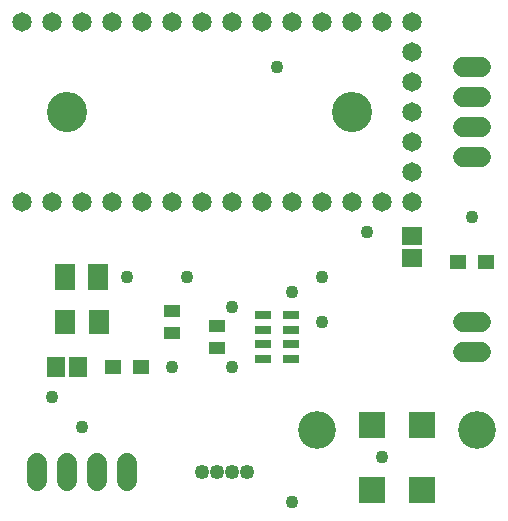
<source format=gts>
G75*
%MOIN*%
%OFA0B0*%
%FSLAX25Y25*%
%IPPOS*%
%LPD*%
%AMOC8*
5,1,8,0,0,1.08239X$1,22.5*
%
%ADD10C,0.13398*%
%ADD11R,0.05524X0.03950*%
%ADD12R,0.05524X0.02769*%
%ADD13C,0.04934*%
%ADD14C,0.06800*%
%ADD15R,0.07099X0.08674*%
%ADD16R,0.07099X0.07898*%
%ADD17C,0.06500*%
%ADD18R,0.09068X0.09068*%
%ADD19C,0.12611*%
%ADD20R,0.06706X0.05918*%
%ADD21R,0.05918X0.06706*%
%ADD22R,0.05315X0.04724*%
%ADD23C,0.04343*%
D10*
X0026800Y0186256D03*
X0121800Y0186256D03*
D11*
X0076800Y0114799D03*
X0076800Y0107713D03*
X0061800Y0112713D03*
X0061800Y0119799D03*
D12*
X0092076Y0118638D03*
X0092076Y0113717D03*
X0092076Y0108795D03*
X0092076Y0103874D03*
X0101524Y0103874D03*
X0101524Y0108795D03*
X0101524Y0113717D03*
X0101524Y0118638D03*
D13*
X0086800Y0066256D03*
X0081800Y0066256D03*
X0076800Y0066256D03*
X0071800Y0066256D03*
D14*
X0016800Y0063256D02*
X0016800Y0069256D01*
X0026800Y0069256D02*
X0026800Y0063256D01*
X0036800Y0063256D02*
X0036800Y0069256D01*
X0046800Y0069256D02*
X0046800Y0063256D01*
X0158800Y0106256D02*
X0164800Y0106256D01*
X0164800Y0116256D02*
X0158800Y0116256D01*
X0158800Y0171256D02*
X0164800Y0171256D01*
X0164800Y0181256D02*
X0158800Y0181256D01*
X0158800Y0191256D02*
X0164800Y0191256D01*
X0164800Y0201256D02*
X0158800Y0201256D01*
D15*
X0037312Y0131256D03*
X0026288Y0131256D03*
D16*
X0026202Y0116256D03*
X0037398Y0116256D03*
D17*
X0041800Y0156256D03*
X0031800Y0156256D03*
X0021800Y0156256D03*
X0011800Y0156256D03*
X0051800Y0156256D03*
X0061800Y0156256D03*
X0071800Y0156256D03*
X0081800Y0156256D03*
X0091800Y0156256D03*
X0101800Y0156256D03*
X0111800Y0156256D03*
X0121800Y0156256D03*
X0131800Y0156256D03*
X0141800Y0156256D03*
X0141800Y0166256D03*
X0141800Y0176256D03*
X0141800Y0186256D03*
X0141800Y0196256D03*
X0141800Y0206256D03*
X0141800Y0216256D03*
X0131800Y0216256D03*
X0121800Y0216256D03*
X0111800Y0216256D03*
X0101800Y0216256D03*
X0091800Y0216256D03*
X0081800Y0216256D03*
X0071800Y0216256D03*
X0061800Y0216256D03*
X0051800Y0216256D03*
X0041800Y0216256D03*
X0031800Y0216256D03*
X0021800Y0216256D03*
X0011800Y0216256D03*
D18*
X0128532Y0082083D03*
X0128532Y0060429D03*
X0145068Y0060429D03*
X0145068Y0082083D03*
D19*
X0163572Y0080272D03*
X0110028Y0080272D03*
D20*
X0141800Y0137516D03*
X0141800Y0144996D03*
D21*
X0030540Y0101256D03*
X0023060Y0101256D03*
D22*
X0042174Y0101256D03*
X0051426Y0101256D03*
X0157174Y0136256D03*
X0166426Y0136256D03*
D23*
X0161800Y0151256D03*
X0126800Y0146256D03*
X0111800Y0131256D03*
X0101800Y0126256D03*
X0111800Y0116256D03*
X0081800Y0121256D03*
X0066800Y0131256D03*
X0046800Y0131256D03*
X0061800Y0101256D03*
X0081800Y0101256D03*
X0101800Y0056256D03*
X0131800Y0071256D03*
X0031800Y0081256D03*
X0021800Y0091256D03*
X0096800Y0201256D03*
M02*

</source>
